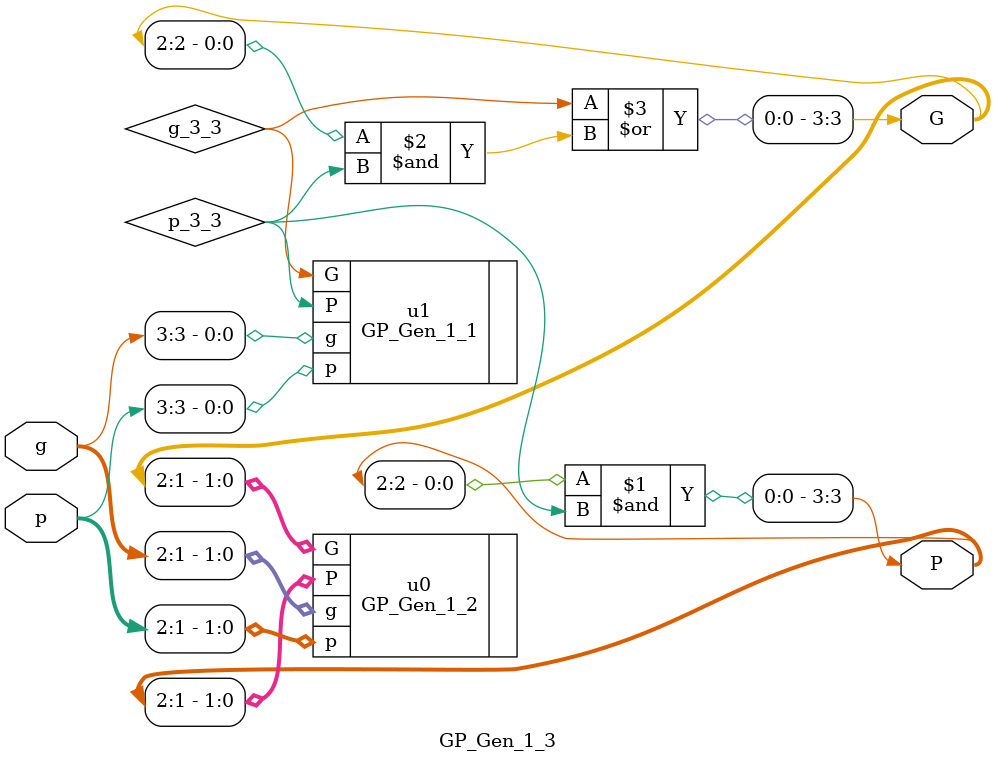
<source format=v>
module GP_Gen_1_3 #(
    parameter width=3
)( 
    input wire [width:1] p,
    input wire [width:1] g,
    output wire [width:1] P,
    output wire [width:1] G
);
    wire p_3_3;
    wire g_3_3;
    GP_Gen_1_2 #(.width(2)) u0 (.p(p[2:1]), .g(g[2:1]), .P(P[2:1]), .G(G[2:1]));
    GP_Gen_1_1 #(.width(1)) u1 (.p(p[3]), .g(g[3]), .P({p_3_3}), .G({g_3_3}));
    assign P[3] = P[2] & p_3_3;
    assign G[3] = g_3_3 | (G[2] & p_3_3);

endmodule

</source>
